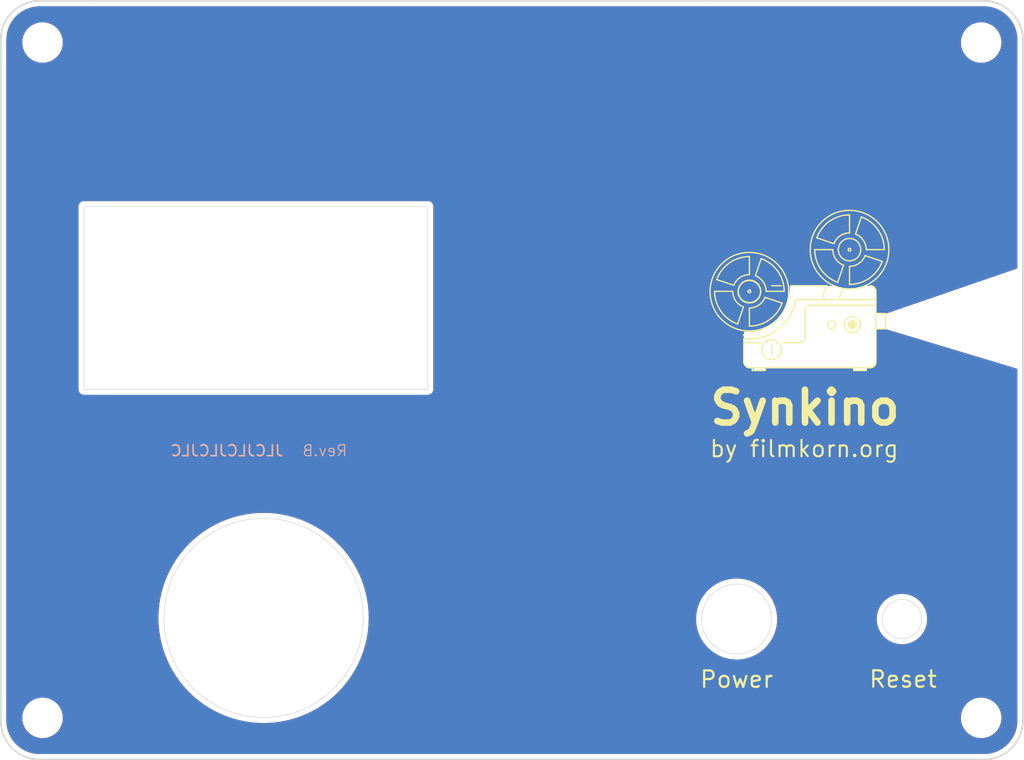
<source format=kicad_pcb>
(kicad_pcb (version 20240108) (generator "pcbnew") (generator_version "8.0")
  (layers (0 "F.Cu" signal) (31 "B.Cu" signal) (34 "B.Paste" user) (35 "F.Paste" user) (36 "B.SilkS" user "B.Silkscreen") (37 "F.SilkS" user "F.Silkscreen") (38 "B.Mask" user) (39 "F.Mask" user) (44 "Edge.Cuts" user))
  (net 0 "")
  (footprint "MountingHole:MountingHole_3.2mm_M3" (layer "F.Cu") (at 109.71 61.41)
    (property "Reference" "REFe" (hide yes))
    (property "Value" "MountingHole_3.2mm_M3" (hide yes))
    (pad "" np_thru_hole circle (at 0 0) (size 3.2 3.2) (drill 3.2) (layers "F&B.Cu" "*.Mask"))
  )
  (footprint "MountingHole:MountingHole_3.2mm_M3" (layer "F.Cu") (at 195.435 123.132)
    (property "Reference" "REFe" (hide yes))
    (property "Value" "MountingHole_3.2mm_M3" (hide yes))
    (pad "" np_thru_hole circle (at 0 0) (size 3.2 3.2) (drill 3.2) (layers "F&B.Cu" "*.Mask"))
  )
  (footprint "MountingHole:MountingHole_3.2mm_M3" (layer "F.Cu") (at 195.435 61.41)
    (property "Reference" "REFe" (hide yes))
    (property "Value" "MountingHole_3.2mm_M3" (hide yes))
    (pad "" np_thru_hole circle (at 0 0) (size 3.2 3.2) (drill 3.2) (layers "F&B.Cu" "*.Mask"))
  )
  (footprint "MountingHole:MountingHole_3.2mm_M3" (layer "F.Cu") (at 109.71 123.132)
    (property "Reference" "REFe" (hide yes))
    (property "Value" "MountingHole_3.2mm_M3" (hide yes))
    (pad "" np_thru_hole circle (at 0 0) (size 3.2 3.2) (drill 3.2) (layers "F&B.Cu" "*.Mask"))
  )
  (gr_line (start 177.18979 83.64179) (end 176.30079 83.64179) (stroke (width 0.12)) (layer "F.SilkS"))
  (gr_line (start 175.691209 84.696874) (end 177.256108 85.225224) (stroke (width 0.12)) (layer "F.SilkS"))
  (gr_arc (start 175.344224 81.162472) (mid 176.866398 82.324122) (end 177.44379 84.14979) (stroke (width 0.12)) (layer "F.SilkS"))
  (gr_line (start 171.09379 84.14979) (end 172.74479 84.14979) (stroke (width 0.12)) (layer "F.SilkS"))
  (gr_line (start 175.344224 81.162472) (end 174.815874 82.727371) (stroke (width 0.12)) (layer "F.SilkS"))
  (gr_line (start 186.7 86.18179) (end 186.7 87.57879) (stroke (width 0.12)) (layer "F.SilkS"))
  (gr_line (start 173.721706 85.572209) (end 173.193356 87.137108) (stroke (width 0.12)) (layer "F.SilkS"))
  (gr_line (start 182.865706 81.762209) (end 182.337356 83.327108) (stroke (width 0.12)) (layer "F.SilkS"))
  (gr_arc (start 173.721706 85.572209) (mid 173.012539 85.012582) (end 172.74479 84.14979) (stroke (width 0.12)) (layer "F.SilkS"))
  (gr_line (start 176.30079 88.97579) (end 176.30079 89.99179) (stroke (width 0.12)) (layer "F.SilkS"))
  (gr_arc (start 177.256108 85.225224) (mid 176.094458 86.747398) (end 174.26879 87.32479) (stroke (width 0.12)) (layer "F.SilkS"))
  (gr_line (start 174.26879 80.97479) (end 174.26879 82.62579) (stroke (width 0.12)) (layer "F.SilkS"))
  (gr_circle (center 174.26879 84.14979) (end 174.77679 85.03879) (stroke (width 0.12)) (fill none) (layer "F.SilkS"))
  (gr_line (start 181.38079 83.64179) (end 180.99979 84.40379) (stroke (width 0.12)) (layer "F.SilkS"))
  (gr_line (start 175.66579 91.38879) (end 174.52279 91.38879) (stroke (width 0.12)) (layer "F.SilkS"))
  (gr_arc (start 184.488224 77.352472) (mid 186.010398 78.514122) (end 186.58779 80.33979) (stroke (width 0.12)) (layer "F.SilkS"))
  (gr_arc (start 179.34879 85.92779) (mid 179.49758 85.56858) (end 179.85679 85.41979) (stroke (width 0.12)) (layer "F.SilkS"))
  (gr_line (start 175.28479 88.84879) (end 173.76079 88.84879) (stroke (width 0.12)) (layer "F.SilkS"))
  (gr_circle (center 183.66679 87.19779) (end 184.04779 87.83279) (stroke (width 0.12)) (fill none) (layer "F.SilkS"))
  (gr_line (start 179.34879 85.92779) (end 179.34879 88.34079) (stroke (width 0.12)) (layer "F.SilkS"))
  (gr_line (start 184.835209 80.886874) (end 186.400108 81.415224) (stroke (width 0.12)) (layer "F.SilkS"))
  (gr_line (start 185.82579 85.41979) (end 179.85679 85.41979) (stroke (width 0.12)) (layer "F.SilkS"))
  (gr_line (start 178.84079 88.84879) (end 177.31679 88.84879) (stroke (width 0.12)) (layer "F.SilkS"))
  (gr_arc (start 183.959874 78.917371) (mid 184.669041 79.476998) (end 184.93679 80.33979) (stroke (width 0.12)) (layer "F.SilkS"))
  (gr_arc (start 181.990371 79.792706) (mid 182.549998 79.083539) (end 183.41279 78.81579) (stroke (width 0.12)) (layer "F.SilkS"))
  (gr_circle (center 174.26879 84.14979) (end 174.39579 84.14979) (stroke (width 0.12)) (fill none) (layer "F.SilkS"))
  (gr_line (start 184.488224 77.352472) (end 183.959874 78.917371) (stroke (width 0.12)) (layer "F.SilkS"))
  (gr_line (start 175.79279 84.14979) (end 177.44379 84.14979) (stroke (width 0.12)) (layer "F.SilkS"))
  (gr_line (start 185.82579 84.91179) (end 178.58679 84.91179) (stroke (width 0.12)) (layer "F.SilkS"))
  (gr_arc (start 175.691209 84.696874) (mid 175.131582 85.406041) (end 174.26879 85.67379) (stroke (width 0.12)) (layer "F.SilkS"))
  (gr_line (start 180.23779 80.33979) (end 181.88879 80.33979) (stroke (width 0.12)) (layer "F.SilkS"))
  (gr_circle (center 183.66679 87.19779) (end 183.79379 87.32479) (stroke (width 0.12)) (fill none) (layer "F.SilkS"))
  (gr_line (start 183.41279 77.16479) (end 183.41279 78.81579) (stroke (width 0.12)) (layer "F.SilkS"))
  (gr_line (start 180.425472 79.264356) (end 181.990371 79.792706) (stroke (width 0.12)) (layer "F.SilkS"))
  (gr_line (start 184.93679 91.38879) (end 183.79379 91.38879) (stroke (width 0.12)) (layer "F.SilkS"))
  (gr_arc (start 179.34879 88.34079) (mid 179.2 88.7) (end 178.84079 88.84879) (stroke (width 0.12)) (layer "F.SilkS"))
  (gr_arc (start 186.400108 81.415224) (mid 185.238458 82.937398) (end 183.41279 83.51479) (stroke (width 0.12)) (layer "F.SilkS"))
  (gr_arc (start 185.82579 90.62679) (mid 185.677 90.986) (end 185.31779 91.13479) (stroke (width 0.12)) (layer "F.SilkS"))
  (gr_arc (start 184.835209 80.886874) (mid 184.275582 81.596041) (end 183.41279 81.86379) (stroke (width 0.12)) (layer "F.SilkS"))
  (gr_line (start 184.93679 80.33979) (end 186.58779 80.33979) (stroke (width 0.12)) (layer "F.SilkS"))
  (gr_line (start 175.66579 91.13479) (end 175.66579 91.38879) (stroke (width 0.12)) (layer "F.SilkS"))
  (gr_circle (center 183.41279 80.33979) (end 183.92079 81.22879) (stroke (width 0.12)) (fill none) (layer "F.SilkS"))
  (gr_line (start 183.79379 91.38879) (end 183.79379 91.13479) (stroke (width 0.12)) (layer "F.SilkS"))
  (gr_arc (start 181.10838 84.795836) (mid 181.027439 84.607194) (end 180.99979 84.40379) (stroke (width 0.12)) (layer "F.SilkS"))
  (gr_line (start 185.82579 84.14979) (end 185.82579 90.62679) (stroke (width 0.12)) (layer "F.SilkS"))
  (gr_line (start 183.66679 87.19779) (end 183.66679 87.19779) (stroke (width 0.12)) (layer "F.SilkS"))
  (gr_line (start 178.07879 83.64179) (end 181.38079 83.64179) (stroke (width 0.12)) (layer "F.SilkS"))
  (gr_line (start 173.76079 88.21379) (end 173.76079 88.08679) (stroke (width 0.12)) (layer "F.SilkS"))
  (gr_arc (start 174.815874 82.727371) (mid 175.525041 83.286998) (end 175.79279 84.14979) (stroke (width 0.12)) (layer "F.SilkS"))
  (gr_circle (center 183.41279 80.33979) (end 185.95279 82.87979) (stroke (width 0.12)) (fill none) (layer "F.SilkS"))
  (gr_circle (center 183.66679 87.19779) (end 183.92079 87.45179) (stroke (width 0.12)) (fill none) (layer "F.SilkS"))
  (gr_arc (start 185.31779 83.64179) (mid 185.677 83.79058) (end 185.82579 84.14979) (stroke (width 0.12)) (layer "F.SilkS"))
  (gr_line (start 186.7 87.57879) (end 185.82579 87.57879) (stroke (width 0.12)) (layer "F.SilkS"))
  (gr_arc (start 178.520185 84.905861) (mid 176.852408 87.638083) (end 173.76079 88.46779) (stroke (width 0.12)) (layer "F.SilkS"))
  (gr_line (start 185.82579 86.18179) (end 186.7 86.18179) (stroke (width 0.12)) (layer "F.SilkS"))
  (gr_line (start 182.77779 84.02279) (end 182.39679 84.91179) (stroke (width 0.12)) (layer "F.SilkS"))
  (gr_arc (start 173.193356 87.137108) (mid 171.671182 85.975458) (end 171.09379 84.14979) (stroke (width 0.12)) (layer "F.SilkS"))
  (gr_arc (start 171.281472 83.074356) (mid 172.443122 81.552182) (end 174.26879 80.97479) (stroke (width 0.12)) (layer "F.SilkS"))
  (gr_arc (start 180.425472 79.264356) (mid 181.587122 77.742182) (end 183.41279 77.16479) (stroke (width 0.12)) (layer "F.SilkS"))
  (gr_circle (center 176.30079 89.48379) (end 176.93579 90.11879) (stroke (width 0.12)) (fill none) (layer "F.SilkS"))
  (gr_circle (center 183.66679 87.19779) (end 183.66679 87.32479) (stroke (width 0.12)) (fill none) (layer "F.SilkS"))
  (gr_line (start 174.52279 91.38879) (end 174.52279 91.13479) (stroke (width 0.12)) (layer "F.SilkS"))
  (gr_circle (center 183.41279 80.33979) (end 183.53979 80.33979) (stroke (width 0.12)) (fill none) (layer "F.SilkS"))
  (gr_circle (center 174.26879 84.185892) (end 176.80879 86.725892) (stroke (width 0.12)) (fill none) (layer "F.SilkS"))
  (gr_circle (center 183.66679 87.19779) (end 183.79379 87.45179) (stroke (width 0.12)) (fill none) (layer "F.SilkS"))
  (gr_line (start 183.41279 81.86379) (end 183.41279 83.51479) (stroke (width 0.12)) (layer "F.SilkS"))
  (gr_line (start 171.281472 83.074356) (end 172.846371 83.602706) (stroke (width 0.12)) (layer "F.SilkS"))
  (gr_line (start 173.76079 90.62679) (end 173.76079 88.46779) (stroke (width 0.12)) (layer "F.SilkS"))
  (gr_circle (center 174.26879 84.185892) (end 174.77679 85.074892) (stroke (width 0.12)) (fill none) (layer "F.SilkS"))
  (gr_line (start 174.26879 85.67379) (end 174.26879 87.32479) (stroke (width 0.12)) (layer "F.SilkS"))
  (gr_line (start 185.31779 91.13479) (end 174.26879 91.13479) (stroke (width 0.12)) (layer "F.SilkS"))
  (gr_circle (center 181.76179 87.19779) (end 182.01579 87.45179) (stroke (width 0.12)) (fill none) (layer "F.SilkS"))
  (gr_arc (start 182.337356 83.327108) (mid 180.815182 82.165458) (end 180.23779 80.33979) (stroke (width 0.12)) (layer "F.SilkS"))
  (gr_line (start 185.82579 86.18179) (end 186.33379 86.18179) (stroke (width 0.12)) (layer "F.SilkS"))
  (gr_arc (start 182.865706 81.762209) (mid 182.156539 81.202582) (end 181.88879 80.33979) (stroke (width 0.12)) (layer "F.SilkS"))
  (gr_arc (start 174.23599 91.13399) (mid 173.90633 90.966078) (end 173.774057 90.620572) (stroke (width 0.12)) (layer "F.SilkS"))
  (gr_arc (start 172.846371 83.602706) (mid 173.405998 82.893539) (end 174.26879 82.62579) (stroke (width 0.12)) (layer "F.SilkS"))
  (gr_line (start 184.93679 91.13479) (end 184.93679 91.38879) (stroke (width 0.12)) (layer "F.SilkS"))
  (gr_line (start 193.149 126.942) (end 195.689 126.942) (stroke (width 0.15)) (layer "Edge.Cuts"))
  (gr_arc (start 195.689 57.6) (mid 198.203472 58.641528) (end 199.245 61.156) (stroke (width 0.15)) (layer "Edge.Cuts"))
  (gr_line (start 105.9 61.156) (end 105.9 123.386) (stroke (width 0.15)) (layer "Edge.Cuts"))
  (gr_arc (start 109.456 126.942) (mid 106.941528 125.900472) (end 105.9 123.386) (stroke (width 0.15)) (layer "Edge.Cuts"))
  (gr_line (start 170.543 57.6) (end 195.689 57.6) (stroke (width 0.15)) (layer "Edge.Cuts"))
  (gr_line (start 170.543 57.6) (end 114.409 57.6) (stroke (width 0.15)) (layer "Edge.Cuts"))
  (gr_line (start 109.456 57.6) (end 114.409 57.6) (stroke (width 0.15)) (layer "Edge.Cuts"))
  (gr_line (start 111.996 126.942) (end 190.355 126.942) (stroke (width 0.15)) (layer "Edge.Cuts"))
  (gr_rect (start 113.5 76.4) (end 144.9 93.1) (stroke (width 0.05)) (fill none) (layer "Edge.Cuts"))
  (gr_line (start 199.245 61.156) (end 199.245 123.386) (stroke (width 0.15)) (layer "Edge.Cuts"))
  (gr_circle (center 173.1 114.1) (end 176.3 114.1) (stroke (width 0.05)) (fill none) (layer "Edge.Cuts"))
  (gr_line (start 190.355 126.942) (end 193.149 126.942) (stroke (width 0.15)) (layer "Edge.Cuts"))
  (gr_circle (center 129.9 114) (end 139 114) (stroke (width 0.05)) (fill none) (layer "Edge.Cuts"))
  (gr_line (start 109.456 126.942) (end 111.996 126.942) (stroke (width 0.15)) (layer "Edge.Cuts"))
  (gr_arc (start 105.9 61.156) (mid 106.941528 58.641528) (end 109.456 57.6) (stroke (width 0.15)) (layer "Edge.Cuts"))
  (gr_circle (center 188.2 114.1) (end 190 114.1) (stroke (width 0.05)) (fill none) (layer "Edge.Cuts"))
  (gr_arc (start 199.245 123.386) (mid 198.203472 125.900472) (end 195.689 126.942) (stroke (width 0.15)) (layer "Edge.Cuts"))
  (gr_text "Rev.B" (at 137.6 99.3 0) (layer "B.SilkS") (effects (font (size 1 1) (thickness 0.1)) (justify left bottom mirror)))
  (gr_text "JLCJLCJLCJLC" (at 131.8 99.3 0) (layer "B.SilkS") (effects (font (size 1 1)) (justify left bottom mirror)))
  (gr_text "Synkino" (at 170.376688 96.54079 0) (layer "F.SilkS") (effects (font (size 3 3) (thickness 0.6)) (justify left bottom)))
  (gr_text "Power" (at 173.1 119.611025 0) (layer "F.SilkS") (effects (font (size 1.5 1.5) (thickness 0.2))))
  (gr_text "Reset" (at 188.3 119.6 0) (layer "F.SilkS") (effects (font (size 1.5 1.5) (thickness 0.2))))
  (gr_text "by filmkorn.org" (at 179.276688 98.54079 0) (layer "F.SilkS") (effects (font (size 1.5 1.5) (thickness 0.1875))))
  (zone (net 0) (net_name "") (layer "F.Cu") (connect_pads (clearance 0)) (min_thickness 0.254)
    (keepout (tracks not_allowed) (vias not_allowed) (pads allowed) (copperpour not_allowed) (footprints allowed))
    (fill (thermal_gap 0.508) (thermal_bridge_width 0.508))
    (polygon (pts (xy 176.80879 85.16579) (xy 177.18979 85.29279) (xy 177.06279 85.67379) (xy 176.68179 86.18179) (xy 176.30079 86.56279) (xy 175.79279 86.94379) (xy 175.03079 87.19779) (xy 174.26879 87.32479) (xy 174.26879 86.18179) (xy 175.03079 86.05479) (xy 175.53879 85.80079) (xy 175.91979 85.41979) (xy 176.17379 84.91179)))
  )
  (zone (net 0) (net_name "") (layer "F.Cu") (connect_pads (clearance 0.25)) (min_thickness 0.25) (fill yes (thermal_gap 0.508) (thermal_bridge_width 0.508))
    (polygon (pts (xy 199.32 57.6) (xy 199.32 126.434) (xy 105.975 126.434) (xy 105.975 57.6)))
  )
  (zone (net 0) (net_name "") (layer "F.Cu") (connect_pads (clearance 0)) (min_thickness 0.254)
    (keepout (tracks not_allowed) (vias not_allowed) (pads allowed) (copperpour not_allowed) (footprints allowed))
    (fill (thermal_gap 0.508) (thermal_bridge_width 0.508))
    (polygon (pts (xy 177.44379 84.14979) (xy 176.30079 84.14979) (xy 176.30079 83.64179) (xy 177.44379 83.64179)))
  )
  (zone (net 0) (net_name "") (layer "F.Cu") (connect_pads (clearance 0)) (min_thickness 0.254)
    (keepout (tracks not_allowed) (vias not_allowed) (pads allowed) (copperpour not_allowed) (footprints allowed))
    (fill (thermal_gap 0.508) (thermal_bridge_width 0.508))
    (polygon (pts (xy 182.65079 83.89579) (xy 183.79379 83.89579) (xy 184.42879 83.76879) (xy 184.93679 83.64179) (xy 185.31779 83.64179) (xy 185.57179 83.76879) (xy 185.82579 84.02279) (xy 185.82579 86.18179) (xy 185.82579 87.57879) (xy 185.82579 90.75379) (xy 185.69879 91.00779) (xy 185.31779 91.13479) (xy 184.93679 91.13479) (xy 184.93679 91.38879) (xy 183.79379 91.38879) (xy 183.79379 91.13479) (xy 175.79279 91.13479) (xy 175.79279 91.38879) (xy 174.64979 91.38879) (xy 174.64979 91.13479) (xy 174.14179 91.13479) (xy 173.88779 91.00779) (xy 173.76079 90.75379) (xy 173.76079 87.83279) (xy 174.64979 87.83279) (xy 175.28479 87.70579) (xy 176.04679 87.32479) (xy 176.80879 86.81679) (xy 177.18979 86.30879) (xy 177.57079 85.67379) (xy 177.82479 84.91179) (xy 177.95179 84.14979) (xy 177.95179 83.64179) (xy 182.01579 83.64179)))
  )
  (zone (net 0) (net_name "") (layers "F&B.Cu" "B.Mask") (connect_pads (clearance 0)) (min_thickness 0.25)
    (keepout (tracks not_allowed) (vias not_allowed) (pads not_allowed) (copperpour not_allowed) (footprints allowed))
    (fill (thermal_gap 0.5) (thermal_bridge_width 0.5))
    (polygon (pts (xy 186.7 86.2) (xy 199.2 81.9) (xy 199.3 91.4) (xy 186.7 87.6)))
  )
  (zone (net 0) (net_name "") (layers "F&B.Cu" "*.Mask") (connect_pads (clearance 0)) (min_thickness 0.25)
    (keepout (tracks not_allowed) (vias not_allowed) (pads not_allowed) (copperpour not_allowed) (footprints allowed))
    (fill (thermal_gap 0.5) (thermal_bridge_width 0.5))
    (polygon (pts (xy 185.8 86.2) (xy 186.7 86.2) (xy 186.7 87.6) (xy 185.8 87.6)))
  )
  (zone (net 0) (net_name "") (layer "B.Cu") (connect_pads (clearance 0.25)) (min_thickness 0.25) (fill yes (thermal_gap 0.508) (thermal_bridge_width 0.508) (island_removal_mode 1) (island_area_min 10))
    (polygon (pts (xy 199.345 57.6) (xy 199.345 126.434) (xy 106 126.434) (xy 106 57.6)))
  )
  (zone (net 0) (net_name "") (layer "B.Cu") (connect_pads (clearance 0)) (min_thickness 0.254)
    (keepout (tracks not_allowed) (vias not_allowed) (pads allowed) (copperpour not_allowed) (footprints allowed))
    (fill (thermal_gap 0.508) (thermal_bridge_width 0.508))
    (polygon (pts (xy 182.65079 83.89579) (xy 183.79379 83.89579) (xy 184.42879 83.76879) (xy 184.93679 83.64179) (xy 185.31779 83.64179) (xy 185.57179 83.76879) (xy 185.82579 84.02279) (xy 185.82579 86.18179) (xy 185.82579 87.57879) (xy 185.82579 90.75379) (xy 185.69879 91.00779) (xy 185.31779 91.13479) (xy 184.93679 91.13479) (xy 184.93679 91.38879) (xy 183.79379 91.38879) (xy 183.79379 91.13479) (xy 175.79279 91.13479) (xy 175.79279 91.38879) (xy 174.64979 91.38879) (xy 174.64979 91.13479) (xy 174.14179 91.13479) (xy 173.88779 91.00779) (xy 173.76079 90.75379) (xy 173.76079 87.83279) (xy 174.64979 87.83279) (xy 175.28479 87.70579) (xy 176.04679 87.32479) (xy 176.80879 86.81679) (xy 177.18979 86.30879) (xy 177.57079 85.67379) (xy 177.82479 84.91179) (xy 177.95179 84.14979) (xy 177.95179 83.64179) (xy 182.01579 83.64179)))
  )
)
</source>
